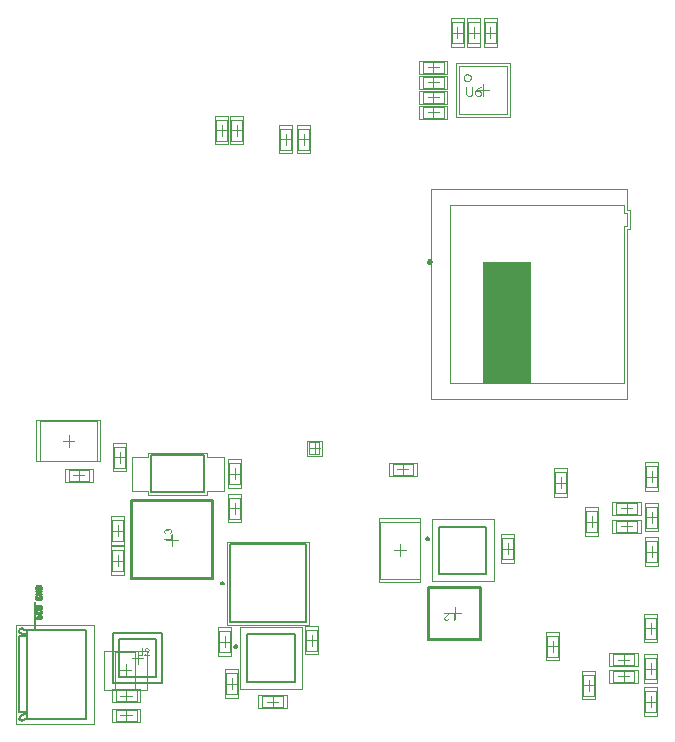
<source format=gko>
%FSTAX23Y23*%
%MOIN*%
%SFA1B1*%

%IPPOS*%
%ADD10C,0.009449*%
%ADD13C,0.007874*%
%ADD14C,0.005000*%
%ADD16C,0.004000*%
%ADD17C,0.003937*%
%ADD18C,0.010000*%
%ADD19C,0.001969*%
%LNsolears_v1-1*%
%LPD*%
G36*
X02677Y02253D02*
X02518D01*
Y02655*
X02677*
Y02253*
G37*
G36*
X01473Y01765D02*
X01473Y01765D01*
X01473Y01765*
X01474Y01765*
X01474Y01765*
X01475Y01764*
X01475Y01764*
X01476Y01764*
X01476Y01764*
X01477Y01763*
X01477Y01763*
X01478Y01763*
X01478Y01762*
X01478Y01762*
X01478Y01762*
X01478Y01762*
X01478Y01762*
X01478Y01762*
X01479Y01761*
X01479Y01761*
X01479Y0176*
X01479Y0176*
X01479Y01759*
X0148Y01759*
X0148Y01758*
X0148Y01758*
X0148Y01757*
X0148Y01756*
Y01756*
X0148Y01756*
X0148Y01756*
X0148Y01755*
X0148Y01755*
X0148Y01755*
X01479Y01754*
X01479Y01753*
X01479Y01752*
X01479Y01752*
X01478Y01751*
X01478Y01751*
X01478Y01751*
X01478Y01751*
X01478Y01751*
X01478Y01751*
X01477Y0175*
X01477Y0175*
X01477Y0175*
X01477Y0175*
X01476Y0175*
X01476Y01749*
X01475Y01749*
X01474Y01749*
X01473Y01749*
X01473Y01748*
X01472Y01752*
X01472*
X01473Y01752*
X01473Y01752*
X01473Y01752*
X01473Y01752*
X01473Y01752*
X01474Y01752*
X01475Y01752*
X01475Y01753*
X01476Y01753*
X01476Y01753*
X01476Y01753*
X01476Y01754*
X01477Y01754*
X01477Y01754*
X01477Y01755*
X01477Y01755*
X01477Y01756*
X01477Y01756*
Y01757*
X01477Y01757*
X01477Y01757*
X01477Y01758*
X01477Y01758*
X01477Y01759*
X01476Y0176*
X01476Y0176*
X01476Y0176*
X01476Y0176*
X01475Y01761*
X01475Y01761*
X01474Y01761*
X01474Y01761*
X01473Y01762*
X01472Y01762*
X01472*
X01472*
X01472*
X01472Y01762*
X01471Y01762*
X01471Y01761*
X0147Y01761*
X0147Y01761*
X01469Y01761*
X01469Y0176*
X01469Y0176*
X01468Y0176*
X01468Y0176*
X01468Y01759*
X01468Y01759*
X01467Y01758*
X01467Y01757*
X01467Y01757*
Y01756*
X01467Y01756*
X01467Y01756*
X01467Y01755*
X01467Y01755*
X01468Y01755*
X01465Y01755*
Y01755*
X01465Y01755*
Y01756*
X01465Y01756*
X01465Y01757*
X01465Y01757*
X01464Y01758*
X01464Y01758*
X01464Y01759*
Y01759*
X01464Y01759*
X01464Y01759*
X01463Y01759*
X01463Y0176*
X01463Y0176*
X01462Y0176*
X01461Y0176*
X01461Y01761*
X01461*
X01461*
X01461*
X0146*
X0146Y0176*
X0146Y0176*
X01459Y0176*
X01459Y0176*
X01458Y0176*
X01458Y01759*
X01458Y01759*
X01458Y01759*
X01458Y01759*
X01457Y01759*
X01457Y01758*
X01457Y01758*
X01457Y01757*
X01457Y01756*
Y01756*
X01457Y01756*
X01457Y01755*
X01457Y01755*
X01457Y01754*
X01458Y01754*
X01458Y01753*
X01458Y01753*
X01458Y01753*
X01458Y01753*
X01459Y01753*
X01459Y01753*
X0146Y01752*
X0146Y01752*
X01461Y01752*
X01461Y01749*
X01461*
X01461Y01749*
X0146Y01749*
X0146Y01749*
X0146Y01749*
X0146Y01749*
X01459Y01749*
X01458Y0175*
X01457Y0175*
X01457Y01751*
X01456Y01751*
X01456Y01751*
X01456Y01751*
X01456Y01752*
X01456Y01752*
X01456Y01752*
X01455Y01752*
X01455Y01752*
X01455Y01753*
X01455Y01753*
X01454Y01754*
X01454Y01755*
X01454Y01756*
Y01757*
X01454Y01757*
X01454Y01758*
X01454Y01758*
X01455Y01759*
X01455Y01759*
X01455Y0176*
Y0176*
X01455Y0176*
X01455Y0176*
X01455Y01761*
X01456Y01761*
X01456Y01762*
X01456Y01762*
X01457Y01762*
X01458Y01763*
X01458Y01763*
X01458Y01763*
X01458Y01763*
X01458Y01763*
X01459Y01763*
X0146Y01764*
X0146Y01764*
X01461Y01764*
X01461*
X01461*
X01461Y01764*
X01462Y01764*
X01462Y01763*
X01463Y01763*
X01463Y01763*
X01464Y01763*
X01464Y01763*
X01464Y01763*
X01464Y01762*
X01465Y01762*
X01465Y01762*
X01465Y01761*
X01466Y01761*
X01466Y0176*
Y0176*
X01466Y0176*
X01466Y0176*
X01466Y01761*
X01466Y01761*
X01466Y01761*
X01467Y01762*
X01467Y01763*
X01467Y01763*
X01468Y01764*
X01468Y01764*
X01468Y01764*
X01469Y01764*
X01469Y01764*
X0147Y01765*
X0147Y01765*
X01471Y01765*
X01472Y01765*
X01472*
X01472*
X01472*
X01473Y01765*
G37*
G36*
X0148Y0173D02*
X01454D01*
Y01733*
X01477*
Y01746*
X0148*
Y0173*
G37*
G36*
X02423Y01459D02*
X02419D01*
Y01482*
X02407*
Y01485*
X02423*
Y01459*
G37*
G36*
X02405Y01484D02*
Y01484D01*
Y01484*
X02405Y01484*
X02405Y01483*
X02405Y01483*
X02405Y01483*
X02404Y01482*
Y01482*
X02404Y01482*
X02404Y01482*
X02404Y01482*
X02404Y01481*
X02404Y01481*
X02403Y0148*
X02403Y0148*
X02402Y01479*
Y01479*
X02402Y01479*
X02402Y01479*
X02402Y01478*
X02401Y01478*
X02401Y01477*
X024Y01477*
X02399Y01476*
X02398Y01475*
X02398Y01475*
X02398Y01475*
X02398Y01475*
X02398Y01475*
X02397Y01474*
X02397Y01474*
X02397Y01474*
X02396Y01473*
X02395Y01472*
X02394Y01472*
X02394Y01471*
X02393Y01471*
X02393Y0147*
X02393Y0147*
Y0147*
X02393Y0147*
X02393Y0147*
X02393Y0147*
X02392Y01469*
X02392Y01469*
X02392Y01468*
X02392Y01467*
X02391Y01467*
X02391Y01466*
Y01466*
Y01466*
X02391Y01466*
X02391Y01465*
X02392Y01465*
X02392Y01465*
X02392Y01464*
X02392Y01464*
X02393Y01463*
X02393Y01463*
X02393Y01463*
X02393Y01463*
X02394Y01462*
X02394Y01462*
X02395Y01462*
X02395Y01462*
X02396Y01462*
X02396*
X02396Y01462*
X02397Y01462*
X02397Y01462*
X02398Y01462*
X02399Y01462*
X02399Y01463*
X024Y01463*
X024Y01463*
X024Y01463*
X024Y01464*
X024Y01464*
X02401Y01465*
X02401Y01465*
X02401Y01466*
X02401Y01467*
X02404Y01466*
Y01466*
X02404Y01466*
Y01466*
X02404Y01466*
X02404Y01466*
X02404Y01465*
X02404Y01465*
X02404Y01464*
X02404Y01464*
X02403Y01463*
X02403Y01462*
X02403Y01462*
X02402Y01461*
X02402Y01461*
X02402Y01461*
X02402Y01461*
X02402Y01461*
X02401Y01461*
X02401Y01461*
X02401Y01461*
X02401Y0146*
X024Y0146*
X024Y0146*
X02399Y0146*
X02399Y0146*
X02398Y01459*
X02398Y01459*
X02397Y01459*
X02397Y01459*
X02396Y01459*
X02396*
X02395Y01459*
X02395Y01459*
X02395Y01459*
X02394Y01459*
X02394Y01459*
X02393Y0146*
X02392Y0146*
X02392Y0146*
X02391Y01461*
X02391Y01461*
X0239Y01461*
X0239Y01461*
X0239Y01461*
X0239Y01461*
X0239Y01462*
X0239Y01462*
X0239Y01462*
X02389Y01462*
X02389Y01463*
X02389Y01463*
X02388Y01464*
X02388Y01465*
X02388Y01465*
X02388Y01466*
X02388Y01466*
Y01466*
Y01466*
X02388Y01467*
X02388Y01467*
X02388Y01468*
X02388Y01468*
X02389Y01469*
X02389Y01469*
X02389Y01469*
X02389Y01469*
X02389Y0147*
X02389Y0147*
X0239Y01471*
X0239Y01471*
X0239Y01472*
X02391Y01472*
X02391Y01472*
X02391Y01473*
X02391Y01473*
X02392Y01473*
X02392Y01473*
X02392Y01473*
X02392Y01474*
X02393Y01474*
X02393Y01474*
X02393Y01475*
X02394Y01475*
X02394Y01476*
X02395Y01476*
X02396Y01477*
X02396Y01477*
X02396Y01477*
X02396Y01477*
X02396Y01477*
X02396Y01477*
X02397Y01477*
X02397Y01478*
X02398Y01478*
X02398Y01479*
X02399Y0148*
X02399Y0148*
X02399Y0148*
X02399Y0148*
X02399Y0148*
X024Y0148*
X024Y0148*
X024Y01481*
X024Y01481*
X02401Y01482*
X02388*
Y01485*
X02405*
Y01484*
G37*
G36*
X01384Y01353D02*
Y01353D01*
Y01352*
Y01352*
Y01352*
X01384Y01352*
Y01351*
X01384Y01351*
X01384Y0135*
X01384Y01349*
X01384Y01348*
X01384Y01347*
X01384Y01347*
X01383Y01346*
Y01346*
X01383Y01346*
X01383Y01346*
X01383Y01346*
X01383Y01346*
X01383Y01345*
X01382Y01345*
X01382Y01344*
X01381Y01343*
X0138Y01343*
X0138*
X0138Y01343*
X0138Y01343*
X0138Y01343*
X0138Y01343*
X01379Y01342*
X01379Y01342*
X01379Y01342*
X01378Y01342*
X01378Y01342*
X01377Y01342*
X01377Y01342*
X01376Y01342*
X01376Y01342*
X01374Y01341*
X01374*
X01374Y01342*
X01374*
X01373Y01342*
X01373Y01342*
X01372Y01342*
X01371Y01342*
X01371Y01342*
X0137Y01342*
X01369Y01343*
X01369*
X01369Y01343*
X01368Y01343*
X01368Y01343*
X01368Y01343*
X01367Y01344*
X01367Y01344*
X01366Y01345*
X01366Y01345*
X01365Y01346*
Y01346*
X01365Y01346*
X01365Y01346*
X01365Y01347*
X01365Y01347*
X01365Y01347*
X01365Y01347*
X01365Y01348*
X01365Y01348*
X01365Y01349*
X01365Y01349*
X01365Y0135*
X01365Y0135*
X01365Y01351*
X01365Y01352*
Y01353*
Y01367*
X01368*
Y01353*
Y01353*
Y01352*
Y01352*
Y01352*
X01368Y01352*
Y01351*
X01368Y01351*
X01368Y0135*
X01368Y01349*
X01368Y01348*
X01368Y01348*
X01368Y01348*
X01368Y01348*
X01369Y01347*
X01369Y01347*
X01369Y01347*
X01369Y01346*
X0137Y01346*
X0137Y01346*
X01371Y01345*
X01371Y01345*
X01371Y01345*
X01371Y01345*
X01372Y01345*
X01372Y01345*
X01373Y01345*
X01373Y01345*
X01374Y01344*
X01375*
X01375Y01345*
X01375*
X01375Y01345*
X01376Y01345*
X01377Y01345*
X01378Y01345*
X01379Y01346*
X01379Y01346*
X01379Y01346*
X01379Y01346*
X01379Y01346*
X0138Y01346*
X0138Y01346*
X0138Y01347*
X0138Y01347*
X0138Y01347*
X0138Y01348*
X0138Y01348*
X0138Y01348*
X01381Y01349*
X01381Y0135*
X01381Y0135*
X01381Y01351*
X01381Y01352*
Y01353*
Y01367*
X01384*
Y01353*
G37*
G36*
X01398Y01367D02*
X01398Y01367D01*
X01398Y01367*
X01399Y01367*
X01399Y01367*
X014Y01367*
X01401Y01366*
X01401Y01366*
X01402Y01366*
X01402Y01366*
X01403Y01365*
X01403Y01365*
X01403Y01365*
X01403Y01365*
X01403Y01365*
X01403Y01365*
X01403Y01364*
X01404Y01364*
X01404Y01364*
X01404Y01363*
X01405Y01362*
X01405Y01362*
X01405Y01361*
X01405Y01361*
X01405Y0136*
Y0136*
Y0136*
X01405Y0136*
X01405Y01359*
X01405Y01359*
X01405Y01358*
X01404Y01358*
X01404Y01357*
X01404Y01357*
X01404Y01357*
X01404Y01357*
X01404Y01356*
X01403Y01356*
X01403Y01355*
X01403Y01355*
X01402Y01354*
X01402Y01354*
X01402Y01354*
X01402Y01354*
X01401Y01353*
X01401Y01353*
X01401Y01353*
X01401Y01353*
X014Y01352*
X014Y01352*
X014Y01352*
X01399Y01351*
X01399Y01351*
X01398Y0135*
X01397Y0135*
X01397Y0135*
X01397Y0135*
X01397Y0135*
X01397Y01349*
X01397Y01349*
X01396Y01349*
X01396Y01348*
X01395Y01348*
X01395Y01347*
X01394Y01347*
X01394Y01347*
X01394Y01347*
X01394Y01346*
X01394Y01346*
X01393Y01346*
X01393Y01346*
X01393Y01346*
X01393Y01346*
X01392Y01345*
X01405*
Y01342*
X01388*
Y01342*
Y01342*
Y01342*
X01388Y01343*
X01388Y01343*
X01388Y01343*
X01388Y01344*
X01389Y01344*
Y01344*
X01389Y01344*
X01389Y01344*
X01389Y01345*
X01389Y01345*
X01389Y01346*
X0139Y01346*
X0139Y01347*
X01391Y01347*
Y01347*
X01391Y01347*
X01391Y01348*
X01391Y01348*
X01392Y01349*
X01392Y01349*
X01393Y0135*
X01394Y0135*
X01395Y01351*
X01395Y01351*
X01395Y01351*
X01395Y01352*
X01395Y01352*
X01396Y01352*
X01396Y01352*
X01396Y01353*
X01397Y01353*
X01398Y01354*
X01399Y01355*
X01399Y01355*
X014Y01356*
X014Y01356*
X014Y01357*
Y01357*
X014Y01357*
X014Y01357*
X014Y01357*
X01401Y01357*
X01401Y01358*
X01401Y01358*
X01401Y01359*
X01402Y0136*
X01402Y0136*
Y0136*
Y0136*
X01402Y01361*
X01402Y01361*
X01401Y01361*
X01401Y01362*
X01401Y01362*
X01401Y01363*
X014Y01363*
X014Y01363*
X014Y01364*
X014Y01364*
X01399Y01364*
X01399Y01364*
X01398Y01364*
X01398Y01365*
X01397Y01365*
X01397*
X01396Y01365*
X01396Y01365*
X01396Y01364*
X01395Y01364*
X01394Y01364*
X01394Y01364*
X01393Y01363*
X01393Y01363*
X01393Y01363*
X01393Y01363*
X01393Y01362*
X01392Y01362*
X01392Y01361*
X01392Y0136*
X01392Y0136*
X01389Y0136*
Y0136*
X01389Y0136*
Y0136*
X01389Y01361*
X01389Y01361*
X01389Y01361*
X01389Y01362*
X01389Y01362*
X01389Y01363*
X0139Y01364*
X0139Y01364*
X0139Y01365*
X01391Y01365*
X01391Y01365*
X01391Y01365*
X01391Y01365*
X01391Y01366*
X01392Y01366*
X01392Y01366*
X01392Y01366*
X01392Y01366*
X01393Y01366*
X01393Y01366*
X01394Y01367*
X01394Y01367*
X01395Y01367*
X01395Y01367*
X01396Y01367*
X01396Y01367*
X01397Y01367*
X01397*
X01398Y01367*
G37*
G54D10*
X02342Y02657D02*
D01*
X02342Y02657*
X02342Y02657*
X02342Y02658*
X02342Y02658*
X02342Y02658*
X02342Y02659*
X02342Y02659*
X02341Y02659*
X02341Y02659*
X02341Y0266*
X02341Y0266*
X02341Y0266*
X0234Y0266*
X0234Y02661*
X0234Y02661*
X02339Y02661*
X02339Y02661*
X02339Y02661*
X02339Y02661*
X02338Y02661*
X02338Y02661*
X02338Y02661*
X02337*
X02337Y02661*
X02337Y02661*
X02336Y02661*
X02336Y02661*
X02336Y02661*
X02335Y02661*
X02335Y02661*
X02335Y02661*
X02334Y0266*
X02334Y0266*
X02334Y0266*
X02334Y0266*
X02334Y02659*
X02333Y02659*
X02333Y02659*
X02333Y02659*
X02333Y02658*
X02333Y02658*
X02333Y02658*
X02333Y02657*
X02333Y02657*
X02333Y02657*
X02333Y02656*
X02333Y02656*
X02333Y02656*
X02333Y02655*
X02333Y02655*
X02333Y02655*
X02333Y02654*
X02333Y02654*
X02334Y02654*
X02334Y02654*
X02334Y02653*
X02334Y02653*
X02334Y02653*
X02335Y02653*
X02335Y02653*
X02335Y02652*
X02336Y02652*
X02336Y02652*
X02336Y02652*
X02337Y02652*
X02337Y02652*
X02337Y02652*
X02338*
X02338Y02652*
X02338Y02652*
X02339Y02652*
X02339Y02652*
X02339Y02652*
X02339Y02652*
X0234Y02653*
X0234Y02653*
X0234Y02653*
X02341Y02653*
X02341Y02653*
X02341Y02654*
X02341Y02654*
X02341Y02654*
X02342Y02654*
X02342Y02655*
X02342Y02655*
X02342Y02655*
X02342Y02656*
X02342Y02656*
X02342Y02656*
X02342Y02657*
G54D13*
X01302Y01397D02*
X01427D01*
Y01272D02*
Y01397D01*
X01302Y01272D02*
X01427D01*
X01302D02*
Y01397D01*
X02338Y014D02*
X02507D01*
X02338D02*
Y01569D01*
X02507*
Y014D02*
Y01569D01*
X01346Y01601D02*
Y01859D01*
X01613*
Y01601D02*
Y01859D01*
X01346Y01601D02*
X01613D01*
X01282Y01417D02*
X01447D01*
Y01252D02*
Y01417D01*
X01282Y01252D02*
X01447D01*
X01282D02*
Y01417D01*
X02334Y01396D02*
X02511D01*
X02334D02*
Y01573D01*
X02511*
Y01396D02*
Y01573D01*
X01342Y01597D02*
Y01863D01*
X01617*
Y01597D02*
Y01863D01*
X01342Y01597D02*
X01617D01*
X01282Y01417D02*
X01447D01*
Y01252D02*
Y01417D01*
X01282Y01252D02*
X01447D01*
X01282D02*
Y01417D01*
X02334Y01396D02*
X02511D01*
X02334D02*
Y01573D01*
X02511*
Y01396D02*
Y01573D01*
X01342Y01597D02*
Y01863D01*
X01617*
Y01597D02*
Y01863D01*
X01342Y01597D02*
X01617D01*
X01652Y01585D02*
D01*
X01652Y01585*
X01652Y01585*
X01652Y01585*
X01652Y01586*
X01652Y01586*
X01652Y01586*
X01651Y01586*
X01651Y01587*
X01651Y01587*
X01651Y01587*
X01651Y01587*
X01651Y01587*
X0165Y01588*
X0165Y01588*
X0165Y01588*
X0165Y01588*
X01649Y01588*
X01649Y01588*
X01649Y01588*
X01649Y01588*
X01648Y01588*
X01648Y01588*
X01648*
X01648Y01588*
X01647Y01588*
X01647Y01588*
X01647Y01588*
X01646Y01588*
X01646Y01588*
X01646Y01588*
X01646Y01588*
X01646Y01588*
X01645Y01587*
X01645Y01587*
X01645Y01587*
X01645Y01587*
X01645Y01587*
X01644Y01586*
X01644Y01586*
X01644Y01586*
X01644Y01586*
X01644Y01585*
X01644Y01585*
X01644Y01585*
X01644Y01585*
X01644Y01584*
X01644Y01584*
X01644Y01584*
X01644Y01583*
X01644Y01583*
X01644Y01583*
X01644Y01583*
X01645Y01582*
X01645Y01582*
X01645Y01582*
X01645Y01582*
X01645Y01582*
X01646Y01581*
X01646Y01581*
X01646Y01581*
X01646Y01581*
X01646Y01581*
X01647Y01581*
X01647Y01581*
X01647Y01581*
X01648Y01581*
X01648Y01581*
X01648*
X01648Y01581*
X01649Y01581*
X01649Y01581*
X01649Y01581*
X01649Y01581*
X0165Y01581*
X0165Y01581*
X0165Y01581*
X0165Y01581*
X01651Y01582*
X01651Y01582*
X01651Y01582*
X01651Y01582*
X01651Y01582*
X01651Y01583*
X01652Y01583*
X01652Y01583*
X01652Y01583*
X01652Y01584*
X01652Y01584*
X01652Y01584*
X01652Y01585*
X02336Y01733D02*
D01*
X02336Y01733*
X02336Y01733*
X02336Y01734*
X02336Y01734*
X02336Y01734*
X02336Y01734*
X02336Y01735*
X02336Y01735*
X02336Y01735*
X02335Y01735*
X02335Y01736*
X02335Y01736*
X02335Y01736*
X02335Y01736*
X02334Y01736*
X02334Y01736*
X02334Y01737*
X02334Y01737*
X02333Y01737*
X02333Y01737*
X02333Y01737*
X02333Y01737*
X02332*
X02332Y01737*
X02332Y01737*
X02331Y01737*
X02331Y01737*
X02331Y01737*
X02331Y01736*
X0233Y01736*
X0233Y01736*
X0233Y01736*
X0233Y01736*
X0233Y01736*
X02329Y01735*
X02329Y01735*
X02329Y01735*
X02329Y01735*
X02329Y01734*
X02329Y01734*
X02329Y01734*
X02329Y01734*
X02328Y01733*
X02328Y01733*
X02328Y01733*
X02328Y01733*
X02328Y01732*
X02329Y01732*
X02329Y01732*
X02329Y01732*
X02329Y01731*
X02329Y01731*
X02329Y01731*
X02329Y01731*
X02329Y0173*
X0233Y0173*
X0233Y0173*
X0233Y0173*
X0233Y0173*
X0233Y01729*
X02331Y01729*
X02331Y01729*
X02331Y01729*
X02331Y01729*
X02332Y01729*
X02332Y01729*
X02332Y01729*
X02333*
X02333Y01729*
X02333Y01729*
X02333Y01729*
X02334Y01729*
X02334Y01729*
X02334Y01729*
X02334Y01729*
X02335Y0173*
X02335Y0173*
X02335Y0173*
X02335Y0173*
X02335Y0173*
X02336Y01731*
X02336Y01731*
X02336Y01731*
X02336Y01731*
X02336Y01732*
X02336Y01732*
X02336Y01732*
X02336Y01732*
X02336Y01733*
X02336Y01733*
X01696Y01374D02*
D01*
X01696Y01374*
X01695Y01374*
X01695Y01375*
X01695Y01375*
X01695Y01375*
X01695Y01375*
X01695Y01376*
X01695Y01376*
X01695Y01376*
X01695Y01376*
X01694Y01377*
X01694Y01377*
X01694Y01377*
X01694Y01377*
X01694Y01377*
X01693Y01377*
X01693Y01378*
X01693Y01378*
X01693Y01378*
X01692Y01378*
X01692Y01378*
X01692Y01378*
X01691*
X01691Y01378*
X01691Y01378*
X01691Y01378*
X0169Y01378*
X0169Y01378*
X0169Y01377*
X0169Y01377*
X01689Y01377*
X01689Y01377*
X01689Y01377*
X01689Y01377*
X01689Y01376*
X01688Y01376*
X01688Y01376*
X01688Y01376*
X01688Y01375*
X01688Y01375*
X01688Y01375*
X01688Y01375*
X01688Y01374*
X01688Y01374*
X01688Y01374*
X01688Y01374*
X01688Y01373*
X01688Y01373*
X01688Y01373*
X01688Y01373*
X01688Y01372*
X01688Y01372*
X01688Y01372*
X01688Y01372*
X01689Y01371*
X01689Y01371*
X01689Y01371*
X01689Y01371*
X01689Y01371*
X0169Y0137*
X0169Y0137*
X0169Y0137*
X0169Y0137*
X01691Y0137*
X01691Y0137*
X01691Y0137*
X01691Y0137*
X01692*
X01692Y0137*
X01692Y0137*
X01693Y0137*
X01693Y0137*
X01693Y0137*
X01693Y0137*
X01694Y0137*
X01694Y01371*
X01694Y01371*
X01694Y01371*
X01694Y01371*
X01695Y01371*
X01695Y01372*
X01695Y01372*
X01695Y01372*
X01695Y01372*
X01695Y01373*
X01695Y01373*
X01695Y01373*
X01695Y01373*
X01696Y01374*
X01696Y01374*
G54D14*
X00997Y01131D02*
D01*
X00996Y01131*
X00995Y01132*
X00994Y01132*
X00993Y01132*
X00993Y01132*
X00992Y01132*
X00991Y01132*
X0099Y01132*
X00989Y01132*
X00989Y01132*
X00988Y01132*
X00987Y01132*
X00986Y01131*
X00986Y01131*
X00985Y0113*
X00984Y0113*
X00984Y01129*
X00983Y01129*
X00982Y01128*
X00982Y01128*
X00981Y01127*
X00981Y01126*
X00981Y01126*
X00993Y01147D02*
D01*
X00991Y01147*
X0099Y01147*
X00989Y01147*
X00988Y01147*
X00986Y01147*
X00985Y01147*
X00984Y01147*
X00983Y01146*
X00982Y01146*
X0098Y01145*
X00979Y01145*
X00978Y01144*
X00977Y01143*
X00976Y01142*
X00975Y01141*
X00975Y01141*
X00974Y0114*
X00973Y01138*
X00972Y01137*
X00972Y01136*
X00971Y01135*
X00971Y01134*
X00971Y01133*
X00981Y01435D02*
D01*
X00981Y01435*
X00982Y01434*
X00982Y01433*
X00983Y01433*
X00983Y01432*
X00984Y01432*
X00984Y01431*
X00985Y01431*
X00986Y0143*
X00987Y0143*
X00987Y0143*
X00988Y01429*
X00989Y01429*
X0099Y01429*
X00991Y01429*
X00991Y01429*
X00992Y01429*
X00993Y01429*
X00994Y01429*
X00995Y0143*
X00995Y0143*
X00996Y0143*
X00997Y0143*
X00969Y01428D02*
D01*
X00969Y01427*
X0097Y01426*
X0097Y01424*
X00971Y01423*
X00972Y01422*
X00973Y01421*
X00974Y0142*
X00974Y01419*
X00975Y01418*
X00977Y01417*
X00978Y01417*
X00979Y01416*
X0098Y01415*
X00981Y01415*
X00983Y01415*
X00984Y01414*
X00985Y01414*
X00987Y01414*
X00988Y01414*
X00989Y01414*
X00991Y01414*
X00992Y01414*
X00993Y01415*
X01193Y01131D02*
Y0143D01*
X01022D02*
X01193D01*
X00995D02*
X01022D01*
X00995Y01131D02*
Y0143D01*
Y01131D02*
X00997D01*
X01193*
X00971Y01133D02*
X00981Y01126D01*
X00971Y01155D02*
X00993D01*
X00971D02*
Y01407D01*
X00993*
X00969Y01428D02*
X00981Y01435D01*
X01022Y0143D02*
Y01523D01*
X01674Y01714D02*
X01925D01*
Y01455D02*
Y01714D01*
X01674Y01455D02*
X01925D01*
X01674D02*
Y01714D01*
X02371Y01616D02*
Y01773D01*
X02528Y01616D02*
Y01773D01*
X02371D02*
X02528D01*
X02371Y01616D02*
X02528D01*
X01411Y02011D02*
X01588D01*
Y01888D02*
Y02011D01*
X01411Y01888D02*
X01588D01*
X01411D02*
Y02011D01*
X01729Y01254D02*
Y01415D01*
X0189Y01254D02*
Y01415D01*
X01729D02*
X0189D01*
X01729Y01254D02*
X0189D01*
G54D16*
X02461Y0324D02*
Y03215D01*
X02466Y0321*
X02476*
X02481Y03215*
Y0324*
X02511D02*
X02501Y03235D01*
X02491Y03225*
Y03215*
X02496Y0321*
X02506*
X02511Y03215*
Y0322*
X02506Y03225*
X02491*
G54D17*
X02476Y0327D02*
D01*
X02476Y0327*
X02476Y03271*
X02476Y03272*
X02475Y03273*
X02475Y03274*
X02475Y03274*
X02474Y03275*
X02474Y03276*
X02474Y03276*
X02473Y03277*
X02473Y03278*
X02472Y03278*
X02471Y03279*
X02471Y03279*
X0247Y0328*
X02469Y0328*
X02468Y0328*
X02468Y03281*
X02467Y03281*
X02466Y03281*
X02465Y03281*
X02464Y03281*
X02464*
X02463Y03281*
X02462Y03281*
X02461Y03281*
X0246Y03281*
X0246Y0328*
X02459Y0328*
X02458Y0328*
X02457Y03279*
X02457Y03279*
X02456Y03278*
X02456Y03278*
X02455Y03277*
X02454Y03276*
X02454Y03276*
X02454Y03275*
X02453Y03274*
X02453Y03274*
X02453Y03273*
X02452Y03272*
X02452Y03271*
X02452Y0327*
X02452Y0327*
X02452Y03269*
X02452Y03268*
X02452Y03267*
X02453Y03266*
X02453Y03265*
X02453Y03265*
X02454Y03264*
X02454Y03263*
X02454Y03263*
X02455Y03262*
X02456Y03261*
X02456Y03261*
X02457Y0326*
X02457Y0326*
X02458Y03259*
X02459Y03259*
X0246Y03259*
X0246Y03258*
X02461Y03258*
X02462Y03258*
X02463Y03258*
X02464Y03258*
X02464*
X02465Y03258*
X02466Y03258*
X02467Y03258*
X02468Y03258*
X02468Y03259*
X02469Y03259*
X0247Y03259*
X02471Y0326*
X02471Y0326*
X02472Y03261*
X02473Y03261*
X02473Y03262*
X02474Y03263*
X02474Y03263*
X02474Y03264*
X02475Y03265*
X02475Y03265*
X02475Y03266*
X02476Y03267*
X02476Y03268*
X02476Y03269*
X02476Y0327*
X03061Y01724D02*
X03098D01*
X03061Y01655D02*
X03098D01*
Y01724*
X03061Y01655D02*
Y01724D01*
Y01839D02*
X03098D01*
X03061Y0177D02*
X03098D01*
Y01839*
X03061Y0177D02*
Y01839D01*
Y01974D02*
X03098D01*
X03061Y01905D02*
X03098D01*
Y01974*
X03061Y01905D02*
Y01974D01*
X02756Y01954D02*
X02793D01*
X02756Y01885D02*
X02793D01*
Y01954*
X02756Y01885D02*
Y01954D01*
X0296Y01756D02*
Y01793D01*
X03029Y01756D02*
Y01793D01*
X0296D02*
X03029D01*
X0296Y01756D02*
X03029D01*
X0296Y01816D02*
Y01853D01*
X03029Y01816D02*
Y01853D01*
X0296D02*
X03029D01*
X0296Y01816D02*
X03029D01*
X02851Y01279D02*
X02888D01*
X02851Y0121D02*
X02888D01*
Y01279*
X02851Y0121D02*
Y01279D01*
X03056Y01469D02*
X03093D01*
X03056Y014D02*
X03093D01*
Y01469*
X03056Y014D02*
Y01469D01*
X02731Y01409D02*
X02768D01*
X02731Y0134D02*
X02768D01*
Y01409*
X02731Y0134D02*
Y01409D01*
X0295Y01256D02*
Y01293D01*
X03019Y01256D02*
Y01293D01*
X0295D02*
X03019D01*
X0295Y01256D02*
X03019D01*
X0295Y01311D02*
Y01348D01*
X03019Y01311D02*
Y01348D01*
X0295D02*
X03019D01*
X0295Y01311D02*
X03019D01*
X03056Y01334D02*
X03093D01*
X03056Y01265D02*
X03093D01*
Y01334*
X03056Y01265D02*
Y01334D01*
Y01224D02*
X03093D01*
X03056Y01155D02*
X03093D01*
Y01224*
X03056Y01155D02*
Y01224D01*
X01204Y01926D02*
Y01963D01*
X01135Y01926D02*
Y01963D01*
Y01926D02*
X01204D01*
X01135Y01963D02*
X01204D01*
X01676Y03129D02*
X01713D01*
X01676Y0306D02*
X01713D01*
Y03129*
X01676Y0306D02*
Y03129D01*
X01626D02*
X01663D01*
X01626Y0306D02*
X01663D01*
Y03129*
X01626Y0306D02*
Y03129D01*
X0104Y02126D02*
X01229D01*
X0104Y01993D02*
X01229D01*
X0104D02*
Y02126D01*
X01229Y01993D02*
Y02126D01*
X02215Y01946D02*
Y01983D01*
X02284Y01946D02*
Y01983D01*
X02215D02*
X02284D01*
X02215Y01946D02*
X02284D01*
X02861Y01824D02*
X02898D01*
X02861Y01755D02*
X02898D01*
Y01824*
X02861Y01755D02*
Y01824D01*
X01901Y03099D02*
X01938D01*
X01901Y0303D02*
X01938D01*
Y03099*
X01901Y0303D02*
Y03099D01*
X01841D02*
X01878D01*
X01841Y0303D02*
X01878D01*
Y03099*
X01841Y0303D02*
Y03099D01*
X02986Y02253D02*
Y02775D01*
X02405Y02253D02*
X02986D01*
X02405D02*
Y02846D01*
X02986Y02775D02*
X02996D01*
Y02818*
X02986D02*
X02996D01*
X02986D02*
Y02846D01*
X02405D02*
X02986D01*
X02435Y03149D02*
Y0331D01*
X02597Y03149D02*
Y0331D01*
X02435D02*
X02597D01*
X02435Y03149D02*
X02597D01*
X02385Y03236D02*
Y03273D01*
X02316Y03236D02*
Y03273D01*
Y03236D02*
X02385D01*
X02316Y03273D02*
X02385D01*
Y03286D02*
Y03323D01*
X02316Y03286D02*
Y03323D01*
Y03286D02*
X02385D01*
X02316Y03323D02*
X02385D01*
Y03186D02*
Y03223D01*
X02316Y03186D02*
Y03223D01*
Y03186D02*
X02385D01*
X02316Y03223D02*
X02385D01*
Y03136D02*
Y03173D01*
X02316Y03136D02*
Y03173D01*
Y03136D02*
X02385D01*
X02316Y03173D02*
X02385D01*
X02412Y03454D02*
X0245D01*
X02412Y03385D02*
X0245D01*
Y03454*
X02412Y03385D02*
Y03454D01*
X02522D02*
X0256D01*
X02522Y03385D02*
X0256D01*
Y03454*
X02522Y03385D02*
Y03454D01*
X02467D02*
X02505D01*
X02467Y03385D02*
X02505D01*
Y03454*
X02467Y03385D02*
Y03454D01*
X01971Y02014D02*
Y02055D01*
X01938Y02014D02*
Y02055D01*
Y02014D02*
X01971D01*
X01938Y02055D02*
X01971D01*
X01291Y01356D02*
X01358D01*
X01291Y01233D02*
X01358D01*
Y01356*
X01291Y01233D02*
Y01356D01*
X01293Y01191D02*
Y01228D01*
X01362Y01191D02*
Y01228D01*
X01293D02*
X01362D01*
X01293Y01191D02*
X01362D01*
X01293Y01126D02*
Y01163D01*
X01362Y01126D02*
Y01163D01*
X01293D02*
X01362D01*
X01293Y01126D02*
X01362D01*
X02306Y016D02*
Y01789D01*
X02173Y016D02*
Y01789D01*
X02306*
X02173Y016D02*
X02306D01*
X01281Y01625D02*
X01318D01*
X01281Y01694D02*
X01318D01*
X01281Y01625D02*
Y01694D01*
X01318Y01625D02*
Y01694D01*
X01281Y01725D02*
X01318D01*
X01281Y01794D02*
X01318D01*
X01281Y01725D02*
Y01794D01*
X01318Y01725D02*
Y01794D01*
X01671Y01915D02*
X01708D01*
X01671Y01984D02*
X01708D01*
X01671Y01915D02*
Y01984D01*
X01708Y01915D02*
Y01984D01*
X01671Y018D02*
X01708D01*
X01671Y01869D02*
X01708D01*
X01671Y018D02*
Y01869D01*
X01708Y018D02*
Y01869D01*
X01286Y0197D02*
X01323D01*
X01286Y02039D02*
X01323D01*
X01286Y0197D02*
Y02039D01*
X01323Y0197D02*
Y02039D01*
X01926Y01429D02*
X01963D01*
X01926Y0136D02*
X01963D01*
Y01429*
X01926Y0136D02*
Y01429D01*
X01661Y01215D02*
X01698D01*
X01661Y01284D02*
X01698D01*
X01661Y01215D02*
Y01284D01*
X01698Y01215D02*
Y01284D01*
X01636Y01424D02*
X01673D01*
X01636Y01355D02*
X01673D01*
Y01424*
X01636Y01355D02*
Y01424D01*
X01849Y01171D02*
Y01208D01*
X0178Y01171D02*
Y01208D01*
Y01171D02*
X01849D01*
X0178Y01208D02*
X01849D01*
X02581Y01734D02*
X02618D01*
X02581Y01665D02*
X02618D01*
Y01734*
X02581Y01665D02*
Y01734D01*
X03058Y01737D02*
X03101D01*
X03058Y01642D02*
X03101D01*
Y01737*
X03058Y01642D02*
Y01737D01*
X0308Y01671D02*
Y01708D01*
X03061Y0169D02*
X03098D01*
X03058Y01852D02*
X03101D01*
X03058Y01757D02*
X03101D01*
Y01852*
X03058Y01757D02*
Y01852D01*
X0308Y01786D02*
Y01823D01*
X03061Y01805D02*
X03098D01*
X03058Y01987D02*
X03101D01*
X03058Y01892D02*
X03101D01*
Y01987*
X03058Y01892D02*
Y01987D01*
X0308Y01921D02*
Y01958D01*
X03061Y0194D02*
X03098D01*
X02753Y01967D02*
X02796D01*
X02753Y01872D02*
X02796D01*
Y01967*
X02753Y01872D02*
Y01967D01*
X02775Y01901D02*
Y01938D01*
X02756Y0192D02*
X02793D01*
X02947Y01753D02*
Y01796D01*
X03042Y01753D02*
Y01796D01*
X02947D02*
X03042D01*
X02947Y01753D02*
X03042D01*
X02976Y01775D02*
X03013D01*
X02995Y01756D02*
Y01793D01*
X02947Y01813D02*
Y01856D01*
X03042Y01813D02*
Y01856D01*
X02947D02*
X03042D01*
X02947Y01813D02*
X03042D01*
X02976Y01835D02*
X03013D01*
X02995Y01816D02*
Y01853D01*
X02848Y01292D02*
X02891D01*
X02848Y01197D02*
X02891D01*
Y01292*
X02848Y01197D02*
Y01292D01*
X0287Y01226D02*
Y01263D01*
X02851Y01245D02*
X02888D01*
X03053Y01482D02*
X03096D01*
X03053Y01387D02*
X03096D01*
Y01482*
X03053Y01387D02*
Y01482D01*
X03075Y01416D02*
Y01453D01*
X03056Y01435D02*
X03093D01*
X02728Y01422D02*
X02771D01*
X02728Y01327D02*
X02771D01*
Y01422*
X02728Y01327D02*
Y01422D01*
X0275Y01356D02*
Y01393D01*
X02731Y01375D02*
X02768D01*
X02937Y01253D02*
Y01296D01*
X03032Y01253D02*
Y01296D01*
X02937D02*
X03032D01*
X02937Y01253D02*
X03032D01*
X02966Y01275D02*
X03003D01*
X02985Y01256D02*
Y01293D01*
X02937Y01308D02*
Y01351D01*
X03032Y01308D02*
Y01351D01*
X02937D02*
X03032D01*
X02937Y01308D02*
X03032D01*
X02966Y0133D02*
X03003D01*
X02985Y01311D02*
Y01348D01*
X03053Y01347D02*
X03096D01*
X03053Y01252D02*
X03096D01*
Y01347*
X03053Y01252D02*
Y01347D01*
X03075Y01281D02*
Y01318D01*
X03056Y013D02*
X03093D01*
X03053Y01237D02*
X03096D01*
X03053Y01142D02*
X03096D01*
Y01237*
X03053Y01142D02*
Y01237D01*
X03075Y01171D02*
Y01208D01*
X03056Y0119D02*
X03093D01*
X01217Y01923D02*
Y01966D01*
X01122Y01923D02*
Y01966D01*
Y01923D02*
X01217D01*
X01122Y01966D02*
X01217D01*
X01151Y01945D02*
X01188D01*
X0117Y01926D02*
Y01963D01*
X01673Y03142D02*
X01716D01*
X01673Y03047D02*
X01716D01*
Y03142*
X01673Y03047D02*
Y03142D01*
X01695Y03076D02*
Y03113D01*
X01676Y03095D02*
X01713D01*
X01623Y03142D02*
X01666D01*
X01623Y03047D02*
X01666D01*
Y03142*
X01623Y03047D02*
Y03142D01*
X01645Y03076D02*
Y03113D01*
X01626Y03095D02*
X01663D01*
X01135Y0204D02*
Y02079D01*
X01115Y0206D02*
X01154D01*
X01028Y02128D02*
X01241D01*
X01028Y01991D02*
X01241D01*
X01028D02*
Y02128D01*
X01241Y01991D02*
Y02128D01*
X02202Y01943D02*
Y01986D01*
X02297Y01943D02*
Y01986D01*
X02202D02*
X02297D01*
X02202Y01943D02*
X02297D01*
X02231Y01965D02*
X02268D01*
X0225Y01946D02*
Y01983D01*
X02858Y01837D02*
X02901D01*
X02858Y01742D02*
X02901D01*
Y01837*
X02858Y01742D02*
Y01837D01*
X0288Y01771D02*
Y01808D01*
X02861Y0179D02*
X02898D01*
X01898Y03112D02*
X01941D01*
X01898Y03017D02*
X01941D01*
Y03112*
X01898Y03017D02*
Y03112D01*
X0192Y03046D02*
Y03083D01*
X01901Y03065D02*
X01938D01*
X01838Y03112D02*
X01881D01*
X01838Y03017D02*
X01881D01*
Y03112*
X01838Y03017D02*
Y03112D01*
X0186Y03046D02*
Y03083D01*
X01841Y03065D02*
X01878D01*
X02496Y0323D02*
X02536D01*
X02516Y0321D02*
Y03249D01*
X02398Y03233D02*
Y03276D01*
X02304Y03233D02*
Y03276D01*
Y03233D02*
X02398D01*
X02304Y03276D02*
X02398D01*
X02332Y03255D02*
X0237D01*
X02351Y03236D02*
Y03273D01*
X02398Y03283D02*
Y03326D01*
X02304Y03283D02*
Y03326D01*
Y03283D02*
X02398D01*
X02304Y03326D02*
X02398D01*
X02332Y03305D02*
X0237D01*
X02351Y03286D02*
Y03323D01*
X02398Y03183D02*
Y03226D01*
X02304Y03183D02*
Y03226D01*
Y03183D02*
X02398D01*
X02304Y03226D02*
X02398D01*
X02332Y03205D02*
X0237D01*
X02351Y03186D02*
Y03223D01*
X02398Y03133D02*
Y03176D01*
X02304Y03133D02*
Y03176D01*
Y03133D02*
X02398D01*
X02304Y03176D02*
X02398D01*
X02332Y03155D02*
X0237D01*
X02351Y03136D02*
Y03173D01*
X02409Y03467D02*
X02452D01*
X02409Y03372D02*
X02452D01*
Y03467*
X02409Y03372D02*
Y03467D01*
X02431Y03401D02*
Y03438D01*
X02412Y0342D02*
X0245D01*
X02519Y03467D02*
X02562D01*
X02519Y03372D02*
X02562D01*
Y03467*
X02519Y03372D02*
Y03467D01*
X02541Y03401D02*
Y03438D01*
X02522Y0342D02*
X0256D01*
X02464Y03467D02*
X02507D01*
X02464Y03372D02*
X02507D01*
Y03467*
X02464Y03372D02*
Y03467D01*
X02486Y03401D02*
Y03438D01*
X02467Y0342D02*
X02505D01*
X01935Y02035D02*
X01974D01*
X01955Y02015D02*
Y02054D01*
X01325Y01275D02*
Y01314D01*
X01305Y01295D02*
X01344D01*
X0128Y01188D02*
Y01231D01*
X01374Y01188D02*
Y01231D01*
X0128D02*
X01374D01*
X0128Y01188D02*
X01374D01*
X01308Y0121D02*
X01346D01*
X01327Y01191D02*
Y01228D01*
X0128Y01123D02*
Y01166D01*
X01374Y01123D02*
Y01166D01*
X0128D02*
X01374D01*
X0128Y01123D02*
X01374D01*
X01308Y01145D02*
X01346D01*
X01327Y01126D02*
Y01163D01*
X0222Y01695D02*
X02259D01*
X0224Y01675D02*
Y01714D01*
X02308Y01588D02*
Y01801D01*
X02171Y01588D02*
Y01801D01*
X02308*
X02171Y01588D02*
X02308D01*
X01278Y01612D02*
X01321D01*
X01278Y01707D02*
X01321D01*
X01278Y01612D02*
Y01707D01*
X01321Y01612D02*
Y01707D01*
X013Y01641D02*
Y01678D01*
X01281Y0166D02*
X01318D01*
X01278Y01712D02*
X01321D01*
X01278Y01807D02*
X01321D01*
X01278Y01712D02*
Y01807D01*
X01321Y01712D02*
Y01807D01*
X013Y01741D02*
Y01778D01*
X01281Y0176D02*
X01318D01*
X01668Y01902D02*
X01711D01*
X01668Y01997D02*
X01711D01*
X01668Y01902D02*
Y01997D01*
X01711Y01902D02*
Y01997D01*
X0169Y01931D02*
Y01968D01*
X01671Y0195D02*
X01708D01*
X01668Y01787D02*
X01711D01*
X01668Y01882D02*
X01711D01*
X01668Y01787D02*
Y01882D01*
X01711Y01787D02*
Y01882D01*
X0169Y01816D02*
Y01853D01*
X01671Y01835D02*
X01708D01*
X01283Y01957D02*
X01326D01*
X01283Y02052D02*
X01326D01*
X01283Y01957D02*
Y02052D01*
X01326Y01957D02*
Y02052D01*
X01305Y01986D02*
Y02023D01*
X01286Y02005D02*
X01323D01*
X01923Y01442D02*
X01966D01*
X01923Y01347D02*
X01966D01*
Y01442*
X01923Y01347D02*
Y01442D01*
X01945Y01376D02*
Y01413D01*
X01926Y01395D02*
X01963D01*
X01658Y01202D02*
X01701D01*
X01658Y01297D02*
X01701D01*
X01658Y01202D02*
Y01297D01*
X01701Y01202D02*
Y01297D01*
X0168Y01231D02*
Y01268D01*
X01661Y0125D02*
X01698D01*
X01633Y01437D02*
X01676D01*
X01633Y01342D02*
X01676D01*
Y01437*
X01633Y01342D02*
Y01437D01*
X01655Y01371D02*
Y01408D01*
X01636Y0139D02*
X01673D01*
X01862Y01168D02*
Y01211D01*
X01767Y01168D02*
Y01211D01*
Y01168D02*
X01862D01*
X01767Y01211D02*
X01862D01*
X01796Y0119D02*
X01833D01*
X01815Y01171D02*
Y01208D01*
X02578Y01747D02*
X02621D01*
X02578Y01652D02*
X02621D01*
Y01747*
X02578Y01652D02*
Y01747D01*
X026Y01681D02*
Y01718D01*
X02581Y017D02*
X02618D01*
X01345Y01335D02*
X01384D01*
X01365Y01315D02*
Y01354D01*
X02403Y01485D02*
X02443D01*
X02423Y01465D02*
Y01504D01*
X0148Y0171D02*
Y0175D01*
X0146Y0173D02*
X01499D01*
G54D18*
X01028Y01468D02*
X01044D01*
Y01476*
X01041Y01478*
X01036*
X01033Y01476*
Y01468*
X01041Y01494D02*
X01044Y01492D01*
Y01486*
X01041Y01484*
X01031*
X01028Y01486*
Y01492*
X01031Y01494*
X01044Y015D02*
X01028D01*
Y01508*
X01031Y0151*
X01033*
X01036Y01508*
Y015*
Y01508*
X01039Y0151*
X01041*
X01044Y01508*
Y015*
Y01542D02*
Y01532D01*
X01028*
Y01542*
X01036Y01532D02*
Y01537D01*
X01028Y01548D02*
X01044D01*
X01028Y01558*
X01044*
Y01564D02*
X01028D01*
Y01572*
X01031Y01574*
X01041*
X01044Y01572*
Y01564*
G54D19*
X02342Y022D02*
Y02899D01*
X02996*
X02342Y022D02*
X02996D01*
Y02765*
X03006*
Y02828*
X02996D02*
X03006D01*
X02996D02*
Y02899D01*
X02425Y03139D02*
Y0332D01*
Y03139D02*
X02606D01*
Y0332*
X02425D02*
X02606D01*
X0198Y02009D02*
Y0206D01*
X01929Y02009D02*
Y0206D01*
Y02009D02*
X0198D01*
X01929Y0206D02*
X0198D01*
X01252Y01359D02*
X01397D01*
X01252Y0123D02*
X01397D01*
Y01359*
X01252Y0123D02*
Y01359D01*
X00961Y01115D02*
X01221D01*
X00961D02*
Y01446D01*
X01221*
Y01115D02*
Y01446D01*
X01664Y01446D02*
Y01723D01*
Y01446D02*
X01935D01*
Y01723*
X01664D02*
X01935D01*
X02552Y01592D02*
Y01797D01*
X02347Y01592D02*
Y01797D01*
X02552*
X02347Y01592D02*
X02552D01*
X01346Y01893D02*
Y02006D01*
Y01893D02*
X01401D01*
Y01879D02*
Y01893D01*
Y01879D02*
X01598D01*
Y01893*
X01653*
Y02006*
X01598D02*
X01653D01*
X01598D02*
Y0202D01*
X01401D02*
X01598D01*
X01401Y02006D02*
Y0202D01*
X01346Y02006D02*
X01401D01*
X01912Y01232D02*
Y01437D01*
X01707Y01232D02*
Y01437D01*
X01912*
X01707Y01232D02*
X01912D01*
M02*
</source>
